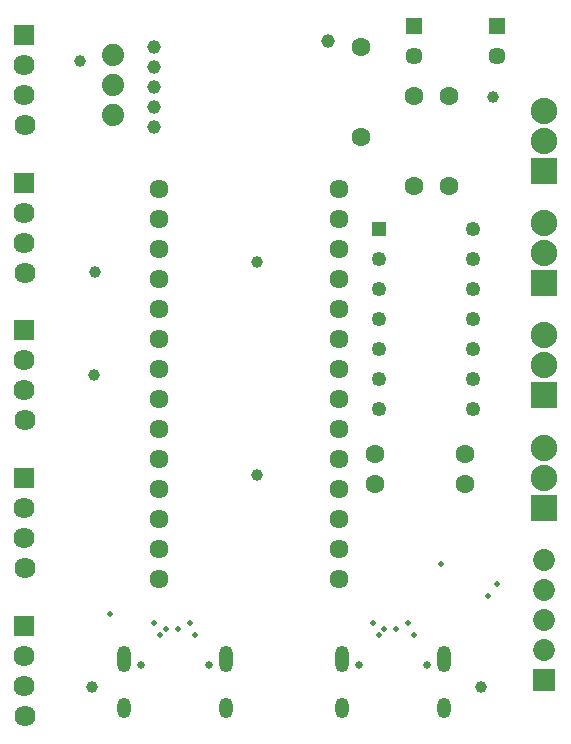
<source format=gbs>
G04*
G04 #@! TF.GenerationSoftware,Altium Limited,Altium Designer,20.0.10 (225)*
G04*
G04 Layer_Color=16711935*
%FSLAX44Y44*%
%MOMM*%
G71*
G01*
G75*
%ADD26C,1.6092*%
%ADD27C,1.8796*%
%ADD28C,1.6032*%
%ADD29C,1.4500*%
%ADD30R,1.4500X1.4500*%
%ADD31C,2.2432*%
%ADD32R,2.2432X2.2432*%
%ADD33R,1.7932X1.7932*%
%ADD34C,1.7932*%
%ADD35C,1.8532*%
%ADD36R,1.8532X1.8532*%
%ADD37C,1.2500*%
%ADD38R,1.2500X1.2500*%
%ADD39O,1.1500X2.2500*%
%ADD40O,1.1500X1.7500*%
%ADD41C,0.6500*%
%ADD42C,1.1492*%
%ADD43C,1.0000*%
%ADD44C,0.5080*%
D26*
X299200Y462100D02*
D03*
Y436700D02*
D03*
Y411300D02*
D03*
Y385900D02*
D03*
Y360500D02*
D03*
Y335100D02*
D03*
Y309700D02*
D03*
Y284300D02*
D03*
Y258900D02*
D03*
Y233500D02*
D03*
Y208100D02*
D03*
Y182700D02*
D03*
Y157300D02*
D03*
Y131900D02*
D03*
X146800Y462100D02*
D03*
Y436700D02*
D03*
Y411300D02*
D03*
Y385900D02*
D03*
Y360500D02*
D03*
Y335100D02*
D03*
Y309700D02*
D03*
Y284300D02*
D03*
Y258900D02*
D03*
Y233500D02*
D03*
Y208100D02*
D03*
Y182700D02*
D03*
Y157300D02*
D03*
Y131900D02*
D03*
D27*
X108000Y549500D02*
D03*
Y524100D02*
D03*
Y574900D02*
D03*
D28*
X393000Y463900D02*
D03*
Y540100D02*
D03*
X363000Y463900D02*
D03*
Y540100D02*
D03*
X318000Y505800D02*
D03*
Y582000D02*
D03*
X406100Y237000D02*
D03*
X329900D02*
D03*
Y212001D02*
D03*
X406100D02*
D03*
D29*
X363000Y574300D02*
D03*
X433000D02*
D03*
D30*
X363000Y599700D02*
D03*
X433000D02*
D03*
D31*
X473000Y527800D02*
D03*
Y502400D02*
D03*
Y432800D02*
D03*
Y407400D02*
D03*
Y242800D02*
D03*
Y217400D02*
D03*
Y337800D02*
D03*
Y312400D02*
D03*
D32*
Y477000D02*
D03*
Y382000D02*
D03*
Y192000D02*
D03*
Y287000D02*
D03*
D33*
X33000Y592000D02*
D03*
X33000Y467000D02*
D03*
X33000Y342000D02*
D03*
X33000Y217000D02*
D03*
X33000Y92000D02*
D03*
D34*
X33000Y566600D02*
D03*
Y541200D02*
D03*
X34000Y515800D02*
D03*
X33000Y441600D02*
D03*
Y416200D02*
D03*
X34000Y390800D02*
D03*
X34000Y265800D02*
D03*
X33000Y291200D02*
D03*
Y316600D02*
D03*
X34000Y140800D02*
D03*
X33000Y166200D02*
D03*
Y191600D02*
D03*
X34000Y15800D02*
D03*
X33000Y41200D02*
D03*
Y66600D02*
D03*
D35*
X473000Y147801D02*
D03*
Y122401D02*
D03*
Y97001D02*
D03*
Y71601D02*
D03*
D36*
Y46201D02*
D03*
D37*
X413000Y427800D02*
D03*
Y402400D02*
D03*
Y377000D02*
D03*
Y351600D02*
D03*
Y326200D02*
D03*
Y300800D02*
D03*
Y275400D02*
D03*
X333600D02*
D03*
Y300800D02*
D03*
Y326200D02*
D03*
Y351600D02*
D03*
Y377000D02*
D03*
Y402400D02*
D03*
D38*
Y427800D02*
D03*
D39*
X388700Y63745D02*
D03*
X302300D02*
D03*
X203700D02*
D03*
X117300D02*
D03*
D40*
X302300Y21945D02*
D03*
X388700D02*
D03*
X117300D02*
D03*
X203700D02*
D03*
D41*
X374400Y58445D02*
D03*
X316600D02*
D03*
X189400D02*
D03*
X131600D02*
D03*
D42*
X143000Y514000D02*
D03*
Y531000D02*
D03*
Y548000D02*
D03*
Y565000D02*
D03*
Y582000D02*
D03*
X290000Y587300D02*
D03*
D43*
X90000Y40000D02*
D03*
X80000Y570000D02*
D03*
X430000Y540000D02*
D03*
X420000Y40000D02*
D03*
X230000Y220000D02*
D03*
Y400000D02*
D03*
X92000Y304250D02*
D03*
X92750Y391750D02*
D03*
D44*
X143000Y94500D02*
D03*
X105500Y102000D02*
D03*
X173000Y94500D02*
D03*
X328000D02*
D03*
X358000D02*
D03*
X425500Y117000D02*
D03*
X433000Y127000D02*
D03*
X148000Y84500D02*
D03*
X333000D02*
D03*
X363000D02*
D03*
X178000D02*
D03*
X163000Y89500D02*
D03*
X153000D02*
D03*
X338000D02*
D03*
X385500Y144500D02*
D03*
X348000Y89500D02*
D03*
M02*

</source>
